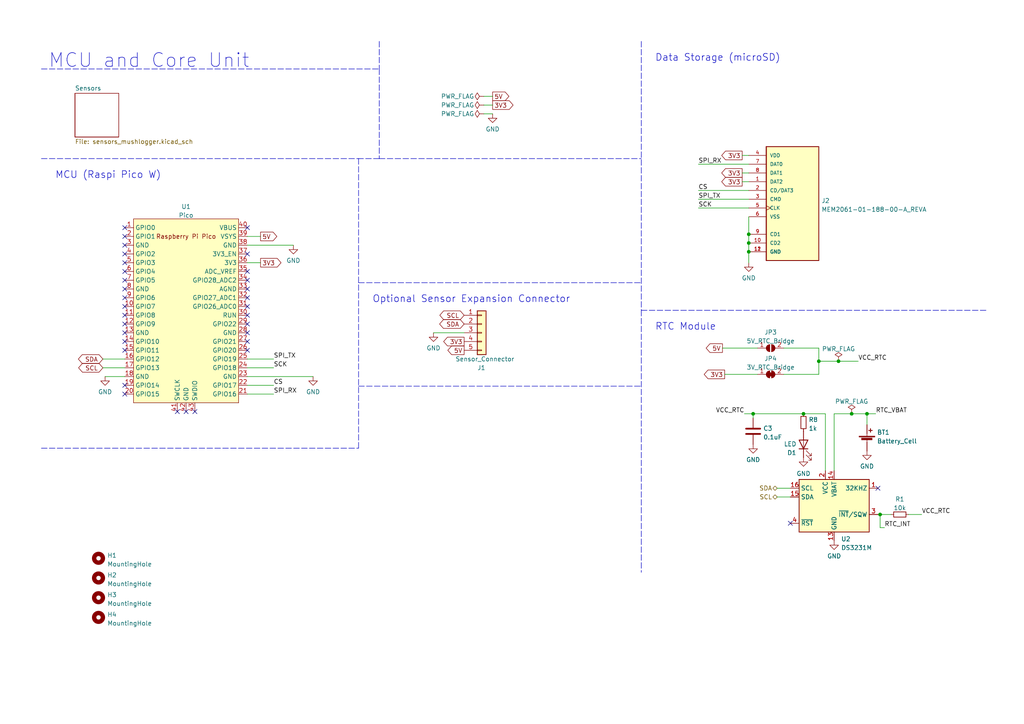
<source format=kicad_sch>
(kicad_sch (version 20211123) (generator eeschema)
  (paper "A4")
  (title_block (title "Mushlogger") (date "2022-11-30") (rev "v4") (company "Zach Goldstein"))
  (lib_symbols
    (symbol "Connector_Generic:Conn_01x05" (pin_names (offset 1.016) hide)
      (property "Reference" "J" (at 0 7.62 0))
      (property "Value" "Conn_01x05" (at 0 -7.62 0))
      (symbol "Conn_01x05_1_1"
        (rectangle (start -1.27 -4.953) (end 0 -5.207) (stroke (width 0.1524)))
        (rectangle (start -1.27 -2.413) (end 0 -2.667) (stroke (width 0.1524)))
        (rectangle (start -1.27 0.127) (end 0 -0.127) (stroke (width 0.1524)))
        (rectangle (start -1.27 2.667) (end 0 2.413) (stroke (width 0.1524)))
        (rectangle (start -1.27 5.207) (end 0 4.953) (stroke (width 0.1524)))
        (rectangle (start -1.27 6.35) (end 1.27 -6.35) (stroke (width 0.254)) (fill (type background)))
        (pin passive line (at -5.08 5.08 0) (length 3.81) (name "Pin_1") (number "1"))
        (pin passive line (at -5.08 2.54 0) (length 3.81) (name "Pin_2") (number "2"))
        (pin passive line (at -5.08 0 0) (length 3.81) (name "Pin_3") (number "3"))
        (pin passive line (at -5.08 -2.54 0) (length 3.81) (name "Pin_4") (number "4"))
        (pin passive line (at -5.08 -5.08 0) (length 3.81) (name "Pin_5") (number "5"))
      )
    )
    (symbol "Device:Battery_Cell" (pin_numbers hide) (pin_names (offset 0) hide)
      (property "Reference" "BT" (at 2.54 2.54 0))
      (property "Value" "Battery_Cell" (at 2.54 0 0))
      (symbol "Battery_Cell_0_1"
        (rectangle (start -2.286 1.778) (end 2.286 1.524) (fill (type outline)))
        (rectangle (start -1.5748 1.1938) (end 1.4732 0.6858) (fill (type outline)))
        (polyline (pts (xy 0 0.762) (xy 0 0)))
        (polyline (pts (xy 0 1.778) (xy 0 2.54)))
        (polyline (pts (xy 0.508 3.429) (xy 1.524 3.429)) (stroke (width 0.254)))
        (polyline (pts (xy 1.016 3.937) (xy 1.016 2.921)) (stroke (width 0.254)))
      )
      (symbol "Battery_Cell_1_1"
        (pin passive line (at 0 5.08 270) (length 2.54) (name "+") (number "1"))
        (pin passive line (at 0 -2.54 90) (length 2.54) (name "-") (number "2"))
      )
    )
    (symbol "Device:C" (pin_numbers hide) (pin_names (offset 0.254))
      (property "Reference" "C" (at 0.635 2.54 0))
      (property "Value" "C" (at 0.635 -2.54 0))
      (symbol "C_0_1"
        (polyline (pts (xy -2.032 -0.762) (xy 2.032 -0.762)) (stroke (width 0.508)))
        (polyline (pts (xy -2.032 0.762) (xy 2.032 0.762)) (stroke (width 0.508)))
      )
      (symbol "C_1_1"
        (pin passive line (at 0 3.81 270) (length 2.794) (name "~") (number "1"))
        (pin passive line (at 0 -3.81 90) (length 2.794) (name "~") (number "2"))
      )
    )
    (symbol "Device:LED" (pin_numbers hide) (pin_names (offset 1.016) hide)
      (property "Reference" "D" (at 0 2.54 0))
      (property "Value" "LED" (at 0 -2.54 0))
      (symbol "LED_0_1"
        (polyline (pts (xy -1.27 -1.27) (xy -1.27 1.27)) (stroke (width 0.254)))
        (polyline (pts (xy -1.27 0) (xy 1.27 0)))
        (polyline (pts (xy 1.27 -1.27) (xy 1.27 1.27) (xy -1.27 0) (xy 1.27 -1.27)) (stroke (width 0.254)))
        (polyline (pts (xy -3.048 -0.762) (xy -4.572 -2.286) (xy -3.81 -2.286) (xy -4.572 -2.286) (xy -4.572 -1.524)))
        (polyline (pts (xy -1.778 -0.762) (xy -3.302 -2.286) (xy -2.54 -2.286) (xy -3.302 -2.286) (xy -3.302 -1.524)))
      )
      (symbol "LED_1_1"
        (pin passive line (at -3.81 0 0) (length 2.54) (name "K") (number "1"))
        (pin passive line (at 3.81 0 180) (length 2.54) (name "A") (number "2"))
      )
    )
    (symbol "Device:R_Small" (pin_numbers hide) (pin_names (offset 0.254) hide)
      (property "Reference" "R" (at 0.762 0.508 0))
      (property "Value" "R_Small" (at 0.762 -1.016 0))
      (symbol "R_Small_0_1"
        (rectangle (start -0.762 1.778) (end 0.762 -1.778) (stroke (width 0.2032)))
      )
      (symbol "R_Small_1_1"
        (pin passive line (at 0 2.54 270) (length 0.762) (name "~") (number "1"))
        (pin passive line (at 0 -2.54 90) (length 0.762) (name "~") (number "2"))
      )
    )
    (symbol "Jumper:SolderJumper_2_Bridged" (pin_names (offset 0) hide)
      (property "Reference" "JP" (at 0 2.032 0))
      (property "Value" "SolderJumper_2_Bridged" (at 0 -2.54 0))
      (symbol "SolderJumper_2_Bridged_0_1"
        (rectangle (start -0.508 0.508) (end 0.508 -0.508) (fill (type outline)))
        (arc (start -0.254 1.016) (mid -1.27 0) (end -0.254 -1.016))
        (arc (start -0.254 1.016) (mid -1.27 0) (end -0.254 -1.016) (fill (type outline)))
        (polyline (pts (xy -0.254 1.016) (xy -0.254 -1.016)))
        (polyline (pts (xy 0.254 1.016) (xy 0.254 -1.016)))
        (arc (start 0.254 -1.016) (mid 1.27 0) (end 0.254 1.016))
        (arc (start 0.254 -1.016) (mid 1.27 0) (end 0.254 1.016) (fill (type outline)))
      )
      (symbol "SolderJumper_2_Bridged_1_1"
        (pin passive line (at -3.81 0 0) (length 2.54) (name "A") (number "1"))
        (pin passive line (at 3.81 0 180) (length 2.54) (name "B") (number "2"))
      )
    )
    (symbol "Jumper:SolderJumper_2_Open" (pin_names (offset 0) hide)
      (property "Reference" "JP" (at 0 2.032 0))
      (property "Value" "SolderJumper_2_Open" (at 0 -2.54 0))
      (symbol "SolderJumper_2_Open_0_1"
        (arc (start -0.254 1.016) (mid -1.27 0) (end -0.254 -1.016))
        (arc (start -0.254 1.016) (mid -1.27 0) (end -0.254 -1.016) (fill (type outline)))
        (polyline (pts (xy -0.254 1.016) (xy -0.254 -1.016)))
        (polyline (pts (xy 0.254 1.016) (xy 0.254 -1.016)))
        (arc (start 0.254 -1.016) (mid 1.27 0) (end 0.254 1.016))
        (arc (start 0.254 -1.016) (mid 1.27 0) (end 0.254 1.016) (fill (type outline)))
      )
      (symbol "SolderJumper_2_Open_1_1"
        (pin passive line (at -3.81 0 0) (length 2.54) (name "A") (number "1"))
        (pin passive line (at 3.81 0 180) (length 2.54) (name "B") (number "2"))
      )
    )
    (symbol "MCU_RaspberryPi_and_Boards:Pico"
      (property "Reference" "U" (at -13.97 27.94 0))
      (property "Value" "Pico" (at 0 19.05 0))
      (symbol "Pico_0_0"
        (text "Raspberry Pi Pico" (at 0 21.59 0) (effects (font (size 1.27 1.27))))
      )
      (symbol "Pico_0_1"
        (rectangle (start -15.24 26.67) (end 15.24 -26.67) (fill (type background)))
      )
      (symbol "Pico_1_1"
        (pin bidirectional line (at -17.78 24.13 0) (length 2.54) (name "GPIO0") (number "1"))
        (pin bidirectional line (at -17.78 1.27 0) (length 2.54) (name "GPIO7") (number "10"))
        (pin bidirectional line (at -17.78 -1.27 0) (length 2.54) (name "GPIO8") (number "11"))
        (pin bidirectional line (at -17.78 -3.81 0) (length 2.54) (name "GPIO9") (number "12"))
        (pin power_in line (at -17.78 -6.35 0) (length 2.54) (name "GND") (number "13"))
        (pin bidirectional line (at -17.78 -8.89 0) (length 2.54) (name "GPIO10") (number "14"))
        (pin bidirectional line (at -17.78 -11.43 0) (length 2.54) (name "GPIO11") (number "15"))
        (pin bidirectional line (at -17.78 -13.97 0) (length 2.54) (name "GPIO12") (number "16"))
        (pin bidirectional line (at -17.78 -16.51 0) (length 2.54) (name "GPIO13") (number "17"))
        (pin power_in line (at -17.78 -19.05 0) (length 2.54) (name "GND") (number "18"))
        (pin bidirectional line (at -17.78 -21.59 0) (length 2.54) (name "GPIO14") (number "19"))
        (pin bidirectional line (at -17.78 21.59 0) (length 2.54) (name "GPIO1") (number "2"))
        (pin bidirectional line (at -17.78 -24.13 0) (length 2.54) (name "GPIO15") (number "20"))
        (pin bidirectional line (at 17.78 -24.13 180) (length 2.54) (name "GPIO16") (number "21"))
        (pin bidirectional line (at 17.78 -21.59 180) (length 2.54) (name "GPIO17") (number "22"))
        (pin power_in line (at 17.78 -19.05 180) (length 2.54) (name "GND") (number "23"))
        (pin bidirectional line (at 17.78 -16.51 180) (length 2.54) (name "GPIO18") (number "24"))
        (pin bidirectional line (at 17.78 -13.97 180) (length 2.54) (name "GPIO19") (number "25"))
        (pin bidirectional line (at 17.78 -11.43 180) (length 2.54) (name "GPIO20") (number "26"))
        (pin bidirectional line (at 17.78 -8.89 180) (length 2.54) (name "GPIO21") (number "27"))
        (pin power_in line (at 17.78 -6.35 180) (length 2.54) (name "GND") (number "28"))
        (pin bidirectional line (at 17.78 -3.81 180) (length 2.54) (name "GPIO22") (number "29"))
        (pin power_in line (at -17.78 19.05 0) (length 2.54) (name "GND") (number "3"))
        (pin input line (at 17.78 -1.27 180) (length 2.54) (name "RUN") (number "30"))
        (pin bidirectional line (at 17.78 1.27 180) (length 2.54) (name "GPIO26_ADC0") (number "31"))
        (pin bidirectional line (at 17.78 3.81 180) (length 2.54) (name "GPIO27_ADC1") (number "32"))
        (pin power_in line (at 17.78 6.35 180) (length 2.54) (name "AGND") (number "33"))
        (pin bidirectional line (at 17.78 8.89 180) (length 2.54) (name "GPIO28_ADC2") (number "34"))
        (pin power_in line (at 17.78 11.43 180) (length 2.54) (name "ADC_VREF") (number "35"))
        (pin power_in line (at 17.78 13.97 180) (length 2.54) (name "3V3") (number "36"))
        (pin input line (at 17.78 16.51 180) (length 2.54) (name "3V3_EN") (number "37"))
        (pin bidirectional line (at 17.78 19.05 180) (length 2.54) (name "GND") (number "38"))
        (pin power_in line (at 17.78 21.59 180) (length 2.54) (name "VSYS") (number "39"))
        (pin bidirectional line (at -17.78 16.51 0) (length 2.54) (name "GPIO2") (number "4"))
        (pin power_in line (at 17.78 24.13 180) (length 2.54) (name "VBUS") (number "40"))
        (pin input line (at -2.54 -29.21 90) (length 2.54) (name "SWCLK") (number "41"))
        (pin power_in line (at 0 -29.21 90) (length 2.54) (name "GND") (number "42"))
        (pin bidirectional line (at 2.54 -29.21 90) (length 2.54) (name "SWDIO") (number "43"))
        (pin bidirectional line (at -17.78 13.97 0) (length 2.54) (name "GPIO3") (number "5"))
        (pin bidirectional line (at -17.78 11.43 0) (length 2.54) (name "GPIO4") (number "6"))
        (pin bidirectional line (at -17.78 8.89 0) (length 2.54) (name "GPIO5") (number "7"))
        (pin power_in line (at -17.78 6.35 0) (length 2.54) (name "GND") (number "8"))
        (pin bidirectional line (at -17.78 3.81 0) (length 2.54) (name "GPIO6") (number "9"))
      )
    )
    (symbol "MEM2061-01-188-00-A_REVA:MEM2061-01-188-00-A_REVA" (pin_names (offset 1.016))
      (property "Reference" "J" (at 0 15.2654 0))
      (property "Value" "MEM2061-01-188-00-A_REVA" (at 0 -20.3454 0))
      (symbol "MEM2061-01-188-00-A_REVA_0_0"
        (rectangle (start 0 -17.78) (end 15.24 15.24) (stroke (width 0.254)) (fill (type background)))
        (polyline (pts (xy 0 -17.78) (xy 0 15.24)) (stroke (width 0.254)))
        (pin bidirectional line (at -5.08 5.08 0) (length 5.08) (name "DAT2") (number "1"))
        (pin passive line (at -5.08 -12.7 0) (length 5.08) (name "CD2") (number "10"))
        (pin power_in line (at -5.08 -15.24 0) (length 5.08) (name "GND") (number "11"))
        (pin power_in line (at -5.08 -15.24 0) (length 5.08) (name "GND") (number "12"))
        (pin bidirectional line (at -5.08 2.54 0) (length 5.08) (name "CD/DAT3") (number "2"))
        (pin bidirectional line (at -5.08 0 0) (length 5.08) (name "CMD") (number "3"))
        (pin power_in line (at -5.08 12.7 0) (length 5.08) (name "VDD") (number "4"))
        (pin bidirectional clock (at -5.08 -2.54 0) (length 5.08) (name "CLK") (number "5"))
        (pin power_in line (at -5.08 -5.08 0) (length 5.08) (name "VSS") (number "6"))
        (pin bidirectional line (at -5.08 10.16 0) (length 5.08) (name "DAT0") (number "7"))
        (pin bidirectional line (at -5.08 7.62 0) (length 5.08) (name "DAT1") (number "8"))
        (pin passive line (at -5.08 -10.16 0) (length 5.08) (name "CD1") (number "9"))
      )
    )
    (symbol "Mechanical:MountingHole" (pin_names (offset 1.016))
      (property "Reference" "H" (at 0 5.08 0))
      (property "Value" "MountingHole" (at 0 3.175 0))
      (symbol "MountingHole_0_1"
        (circle (center 0 0) (radius 1.27) (stroke (width 1.27)))
      )
    )
    (symbol "Timer_RTC:DS3231M"
      (property "Reference" "U" (at -7.62 8.89 0))
      (property "Value" "DS3231M" (at 10.16 8.89 0))
      (symbol "DS3231M_0_1"
        (rectangle (start -10.16 7.62) (end 10.16 -7.62) (stroke (width 0.254)) (fill (type background)))
      )
      (symbol "DS3231M_1_1"
        (pin open_collector line (at 12.7 5.08 180) (length 2.54) (name "32KHZ") (number "1"))
        (pin passive line (at 0 -10.16 90) (length 2.54) hide (name "GND") (number "10"))
        (pin passive line (at 0 -10.16 90) (length 2.54) hide (name "GND") (number "11"))
        (pin passive line (at 0 -10.16 90) (length 2.54) hide (name "GND") (number "12"))
        (pin power_in line (at 0 -10.16 90) (length 2.54) (name "GND") (number "13"))
        (pin power_in line (at 0 10.16 270) (length 2.54) (name "VBAT") (number "14"))
        (pin bidirectional line (at -12.7 2.54 0) (length 2.54) (name "SDA") (number "15"))
        (pin input line (at -12.7 5.08 0) (length 2.54) (name "SCL") (number "16"))
        (pin power_in line (at -2.54 10.16 270) (length 2.54) (name "VCC") (number "2"))
        (pin open_collector line (at 12.7 -2.54 180) (length 2.54) (name "~{INT}/SQW") (number "3"))
        (pin bidirectional line (at -12.7 -5.08 0) (length 2.54) (name "~{RST}") (number "4"))
        (pin passive line (at 0 -10.16 90) (length 2.54) hide (name "GND") (number "5"))
        (pin passive line (at 0 -10.16 90) (length 2.54) hide (name "GND") (number "6"))
        (pin passive line (at 0 -10.16 90) (length 2.54) hide (name "GND") (number "7"))
        (pin passive line (at 0 -10.16 90) (length 2.54) hide (name "GND") (number "8"))
        (pin passive line (at 0 -10.16 90) (length 2.54) hide (name "GND") (number "9"))
      )
    )
    (symbol "power:GND" (power) (pin_names (offset 0))
      (property "Value" "GND" (at 0 -3.81 0))
      (symbol "GND_0_1"
        (polyline (pts (xy 0 0) (xy 0 -1.27) (xy 1.27 -1.27) (xy 0 -2.54) (xy -1.27 -1.27) (xy 0 -1.27)))
      )
      (symbol "GND_1_1"
        (pin power_in line (at 0 0 270) (length 0) hide (name "GND") (number "1"))
      )
    )
    (symbol "power:PWR_FLAG" (power) (pin_numbers hide) (pin_names (offset 0) hide)
      (property "Value" "PWR_FLAG" (at 0 3.81 0))
      (symbol "PWR_FLAG_0_0"
        (pin power_out line (at 0 0 90) (length 0) (name "pwr") (number "1"))
      )
      (symbol "PWR_FLAG_0_1"
        (polyline (pts (xy 0 0) (xy 0 1.27) (xy -1.016 1.905) (xy 0 2.54) (xy 1.016 1.905) (xy 0 1.27)))
      )
    )
  )
  (junction (at 217.17 73.025))
  (junction (at 233.045 120.015))
  (junction (at 247.015 120.015))
  (junction (at 251.46 120.015))
  (junction (at 218.44 120.015))
  (junction (at 217.17 70.485))
  (junction (at 237.49 104.775))
  (junction (at 255.27 149.225))
  (junction (at 243.205 104.775))
  (junction (at 217.17 67.945))
  (no_connect (at 36.195 68.58))
  (no_connect (at 71.755 66.04))
  (no_connect (at 254.635 141.605))
  (no_connect (at 229.235 151.765))
  (no_connect (at 36.195 86.36))
  (no_connect (at 36.195 83.82))
  (no_connect (at 36.195 76.2))
  (no_connect (at 36.195 66.04))
  (no_connect (at 36.195 96.52))
  (no_connect (at 36.195 101.6))
  (no_connect (at 36.195 73.66))
  (no_connect (at 36.195 88.9))
  (no_connect (at 36.195 114.3))
  (no_connect (at 56.515 119.38))
  (no_connect (at 71.755 96.52))
  (no_connect (at 71.755 93.98))
  (no_connect (at 71.755 91.44))
  (no_connect (at 71.755 88.9))
  (no_connect (at 71.755 99.06))
  (no_connect (at 71.755 101.6))
  (no_connect (at 71.755 73.66))
  (no_connect (at 71.755 86.36))
  (no_connect (at 71.755 83.82))
  (no_connect (at 71.755 81.28))
  (no_connect (at 71.755 78.74))
  (no_connect (at 36.195 78.74))
  (no_connect (at 36.195 81.28))
  (no_connect (at 51.435 119.38))
  (no_connect (at 53.975 119.38))
  (no_connect (at 36.195 99.06))
  (no_connect (at 36.195 93.98))
  (no_connect (at 36.195 91.44))
  (no_connect (at 36.195 111.76))
  (no_connect (at 36.195 71.12))
  (wire (pts (xy 202.565 55.245) (xy 217.17 55.245)))
  (wire (pts (xy 215.265 50.165) (xy 217.17 50.165)))
  (wire (pts (xy 225.425 144.145) (xy 229.235 144.145)))
  (wire (pts (xy 239.395 120.015) (xy 239.395 136.525)))
  (wire (pts (xy 71.755 106.68) (xy 79.375 106.68)))
  (wire (pts (xy 243.205 104.775) (xy 248.92 104.775)))
  (wire (pts (xy 209.55 100.965) (xy 219.71 100.965)))
  (wire (pts (xy 210.185 108.585) (xy 219.71 108.585)))
  (wire (pts (xy 237.49 104.775) (xy 243.205 104.775)))
  (wire (pts (xy 218.44 120.015) (xy 233.045 120.015)))
  (polyline (pts (xy 12 20) (xy 110 20)))
  (wire (pts (xy 71.755 111.76) (xy 79.375 111.76)))
  (wire (pts (xy 227.33 100.965) (xy 237.49 100.965)))
  (wire (pts (xy 241.935 120.015) (xy 247.015 120.015)))
  (wire (pts (xy 71.755 76.2) (xy 75.565 76.2)))
  (wire (pts (xy 215.9 120.015) (xy 218.44 120.015)))
  (wire (pts (xy 29.845 104.14) (xy 36.195 104.14)))
  (polyline (pts (xy 186 90) (xy 286 90)))
  (polyline (pts (xy 110 46) (xy 186 46)))
  (wire (pts (xy 202.565 57.785) (xy 217.17 57.785)))
  (wire (pts (xy 215.265 45.085) (xy 217.17 45.085)))
  (wire (pts (xy 202.565 60.325) (xy 217.17 60.325)))
  (wire (pts (xy 237.49 100.965) (xy 237.49 104.775)))
  (wire (pts (xy 227.33 108.585) (xy 237.49 108.585)))
  (wire (pts (xy 233.045 120.015) (xy 239.395 120.015)))
  (wire (pts (xy 218.44 120.015) (xy 218.44 121.285)))
  (wire (pts (xy 217.17 67.945) (xy 217.17 70.485)))
  (wire (pts (xy 251.46 120.015) (xy 251.46 123.19)))
  (wire (pts (xy 217.17 62.865) (xy 217.17 67.945)))
  (polyline (pts (xy 104 112) (xy 186 112)))
  (wire (pts (xy 217.17 70.485) (xy 217.17 73.025)))
  (wire (pts (xy 251.46 120.015) (xy 254 120.015)))
  (wire (pts (xy 225.425 141.605) (xy 229.235 141.605)))
  (wire (pts (xy 29.845 106.68) (xy 36.195 106.68)))
  (wire (pts (xy 215.265 52.705) (xy 217.17 52.705)))
  (polyline (pts (xy 12 130) (xy 104 130)))
  (wire (pts (xy 241.935 120.015) (xy 241.935 136.525)))
  (wire (pts (xy 30.48 109.22) (xy 36.195 109.22)))
  (wire (pts (xy 237.49 104.775) (xy 237.49 108.585)))
  (wire (pts (xy 140.335 30.48) (xy 142.875 30.48)))
  (wire (pts (xy 255.27 149.225) (xy 258.445 149.225)))
  (wire (pts (xy 256.54 153.035) (xy 255.27 153.035)))
  (polyline (pts (xy 110 12) (xy 110 20)))
  (polyline (pts (xy 110 46) (xy 104 46)))
  (wire (pts (xy 71.755 68.58) (xy 75.565 68.58)))
  (wire (pts (xy 263.525 149.225) (xy 267.335 149.225)))
  (wire (pts (xy 255.27 149.225) (xy 255.27 153.035)))
  (wire (pts (xy 217.17 73.025) (xy 217.17 76.2)))
  (wire (pts (xy 202.565 47.625) (xy 217.17 47.625)))
  (polyline (pts (xy 104 82) (xy 186 82)))
  (wire (pts (xy 71.755 104.14) (xy 79.375 104.14)))
  (wire (pts (xy 247.015 120.015) (xy 251.46 120.015)))
  (polyline (pts (xy 110 20) (xy 110 46)))
  (polyline (pts (xy 12 46) (xy 104 46)))
  (wire (pts (xy 71.755 109.22) (xy 90.805 109.22)))
  (polyline (pts (xy 104 46) (xy 104 130)))
  (wire (pts (xy 140.335 27.94) (xy 142.875 27.94)))
  (wire (pts (xy 71.755 71.12) (xy 85.09 71.12)))
  (wire (pts (xy 254.635 149.225) (xy 255.27 149.225)))
  (polyline (pts (xy 186 12) (xy 186 90)))
  (wire (pts (xy 71.755 114.3) (xy 79.375 114.3)))
  (polyline (pts (xy 186 90) (xy 186 166)))
  (wire (pts (xy 125.73 96.52) (xy 134.62 96.52)))
  (wire (pts (xy 140.335 33.02) (xy 142.875 33.02)))
  (text "MCU and Core Unit" (at 14 20 0) (effects (font (size 4 4)) (justify left bottom)))
  (text "RTC Module" (at 190 96 0) (effects (font (size 2 2)) (justify left bottom)))
  (text "Data Storage (microSD)" (at 190 18 0) (effects (font (size 2 2)) (justify left bottom)))
  (text "Optional Sensor Expansion Connector" (at 108 88 0) (effects (font (size 2 2)) (justify left bottom)))
  (text "MCU (Raspi Pico W)" (at 16 52 0) (effects (font (size 2 2)) (justify left bottom)))
  (label "CS" (at 79.375 111.76 0))
  (label "SCK" (at 79.375 106.68 0))
  (label "RTC_VBAT" (at 254 120.015 0))
  (label "RTC_INT" (at 256.54 153.035 0))
  (label "SPI_TX" (at 202.565 57.785 0))
  (label "SPI_RX" (at 79.375 114.3 0))
  (label "SPI_RX" (at 202.565 47.625 0))
  (label "VCC_RTC" (at 215.9 120.015 180))
  (label "CS" (at 202.565 55.245 0))
  (label "SPI_TX" (at 79.375 104.14 0))
  (label "SCK" (at 202.565 60.325 0))
  (label "VCC_RTC" (at 267.335 149.225 0))
  (label "VCC_RTC" (at 248.92 104.775 0))
  (global_label "SDA" (shape bidirectional) (at 29.845 104.14 180) (property "Intersheet References" "${INTERSHEET_REFS}" (effects hide)))
  (global_label "3V3" (shape output) (at 215.265 52.705 180) (property "Intersheet References" "${INTERSHEET_REFS}" (effects hide)))
  (global_label "3V3" (shape output) (at 75.565 76.2 0) (property "Intersheet References" "${INTERSHEET_REFS}" (effects hide)))
  (global_label "SCL" (shape bidirectional) (at 29.845 106.68 180) (property "Intersheet References" "${INTERSHEET_REFS}" (effects hide)))
  (global_label "3V3" (shape output) (at 142.875 30.48 0) (property "Intersheet References" "${INTERSHEET_REFS}" (effects hide)))
  (global_label "3V3" (shape output) (at 215.265 45.085 180) (property "Intersheet References" "${INTERSHEET_REFS}" (effects hide)))
  (global_label "3V3" (shape output) (at 134.62 99.06 180) (property "Intersheet References" "${INTERSHEET_REFS}" (effects hide)))
  (global_label "5V" (shape output) (at 75.565 68.58 0) (property "Intersheet References" "${INTERSHEET_REFS}" (effects hide)))
  (global_label "SDA" (shape bidirectional) (at 134.62 93.98 180) (property "Intersheet References" "${INTERSHEET_REFS}" (effects hide)))
  (global_label "3V3" (shape output) (at 215.265 50.165 180) (property "Intersheet References" "${INTERSHEET_REFS}" (effects hide)))
  (global_label "5V" (shape output) (at 142.875 27.94 0) (property "Intersheet References" "${INTERSHEET_REFS}" (effects hide)))
  (global_label "5V" (shape output) (at 134.62 101.6 180) (property "Intersheet References" "${INTERSHEET_REFS}" (effects hide)))
  (global_label "3V3" (shape output) (at 210.185 108.585 180) (property "Intersheet References" "${INTERSHEET_REFS}" (effects hide)))
  (global_label "SCL" (shape bidirectional) (at 134.62 91.44 180) (property "Intersheet References" "${INTERSHEET_REFS}" (effects hide)))
  (global_label "5V" (shape output) (at 209.55 100.965 180) (property "Intersheet References" "${INTERSHEET_REFS}" (effects hide)))
  (hierarchical_label "SCL" (shape bidirectional) (at 225.425 144.145 180))
  (hierarchical_label "SDA" (shape bidirectional) (at 225.425 141.605 180))
  (symbol (lib_id "Mechanical:MountingHole") (at 28.575 173.355 0) (unit 1)
    (property "Reference" "H3" (at 31.115 172.5203 0) (effects (justify left)))
    (property "Value" "MountingHole" (at 31.115 175.0572 0) (effects (justify left)))
    (property "Footprint" "MountingHole:MountingHole_2.5mm" (effects hide))
  )
  (symbol (lib_id "Mechanical:MountingHole") (at 28.575 167.64 0) (unit 1)
    (property "Reference" "H2" (at 31.115 166.8053 0) (effects (justify left)))
    (property "Value" "MountingHole" (at 31.115 169.3422 0) (effects (justify left)))
    (property "Footprint" "MountingHole:MountingHole_2.5mm" (effects hide))
  )
  (symbol (lib_id "Connector_Generic:Conn_01x05") (at 139.7 96.52 0) (unit 1)
    (property "Reference" "J1" (at 138.43 106.68 0) (effects (justify left)))
    (property "Value" "Sensor_Connector" (at 132.08 104.14 0) (effects (justify left)))
    (property "Footprint" "LIB_B5B-PH-SM4-TB_LF__SN_:B5B-PH-SM4-TB" (effects hide))
  )
  (symbol (lib_id "Jumper:SolderJumper_2_Open") (at 223.52 100.965 0) (unit 1)
    (property "Reference" "JP3" (at 223.52 96.3762 0))
    (property "Value" "5V_RTC_Bridge" (at 223.52 98.9131 0))
    (property "Footprint" "Jumper:SolderJumper-2_P1.3mm_Open_Pad1.0x1.5mm" (effects hide))
  )
  (symbol (lib_id "Device:LED") (at 233.045 128.905 90) (unit 1)
    (property "Reference" "D1" (at 231.013 131.3272 90) (effects (justify left)))
    (property "Value" "LED" (at 231.013 128.7903 90) (effects (justify left)))
    (property "Footprint" "LED_SMD:LED_0805_2012Metric" (effects hide))
  )
  (symbol (lib_id "Mechanical:MountingHole") (at 28.575 179.07 0) (unit 1)
    (property "Reference" "H4" (at 31.115 178.2353 0) (effects (justify left)))
    (property "Value" "MountingHole" (at 31.115 180.7722 0) (effects (justify left)))
    (property "Footprint" "MountingHole:MountingHole_2.5mm" (effects hide))
  )
  (symbol (lib_id "MCU_RaspberryPi_and_Boards:Pico") (at 53.975 90.17 0) (unit 1)
    (property "Reference" "U1" (at 53.975 59.9272 0))
    (property "Value" "Pico" (at 53.975 62.4641 0))
    (property "Footprint" "MCU_RaspberryPi_and_Boards:RPi_Pico_SMD_TH" (effects hide))
  )
  (symbol (lib_id "power:PWR_FLAG") (at 243.205 104.775 0) (unit 1)
    (property "Reference" "#FLG0104" (effects hide))
    (property "Value" "PWR_FLAG" (at 243.205 101.1992 0))
  )
  (symbol (lib_id "power:GND") (at 233.045 132.715 0) (unit 1)
    (property "Reference" "#PWR0123" (effects hide))
    (property "Value" "GND" (at 233.045 137.3634 0))
  )
  (symbol (lib_id "Device:Battery_Cell") (at 251.46 128.27 0) (unit 1)
    (property "Reference" "BT1" (at 254.381 125.4033 0) (effects (justify left)))
    (property "Value" "Battery_Cell" (at 254.381 127.9402 0) (effects (justify left)))
    (property "Footprint" "CR2032_Battery_Holder:BH-74G-5-P" (effects hide))
  )
  (symbol (lib_id "Jumper:SolderJumper_2_Bridged") (at 223.52 108.585 0) (unit 1)
    (property "Reference" "JP4" (at 223.52 103.9962 0))
    (property "Value" "3V_RTC_Bridge" (at 223.52 106.5331 0))
    (property "Footprint" "Jumper:SolderJumper-2_P1.3mm_Bridged_Pad1.0x1.5mm" (effects hide))
  )
  (symbol (lib_id "power:GND") (at 125.73 96.52 0) (unit 1)
    (property "Reference" "#PWR0115" (effects hide))
    (property "Value" "GND" (at 125.73 100.9634 0))
  )
  (symbol (lib_id "Timer_RTC:DS3231M") (at 241.935 146.685 0) (unit 1)
    (property "Reference" "U2" (at 243.9544 156.3354 0) (effects (justify left)))
    (property "Value" "DS3231M" (at 243.9544 158.8723 0) (effects (justify left)))
    (property "Footprint" "Package_SO:SOIC-16W_7.5x10.3mm_P1.27mm" (effects hide))
    (property "Datasheet" "http://datasheets.maximintegrated.com/en/ds/DS3231.pdf" (effects hide))
  )
  (symbol (lib_id "power:GND") (at 85.09 71.12 0) (unit 1)
    (property "Reference" "#PWR0112" (effects hide))
    (property "Value" "GND" (at 85.09 75.5634 0))
  )
  (symbol (lib_id "power:GND") (at 142.875 33.02 0) (unit 1)
    (property "Reference" "#PWR0118" (effects hide))
    (property "Value" "GND" (at 142.875 37.4634 0))
  )
  (symbol (lib_id "power:GND") (at 217.17 76.2 0) (unit 1)
    (property "Reference" "#PWR0117" (effects hide))
    (property "Value" "GND" (at 217.17 80.6434 0))
  )
  (symbol (lib_id "power:GND") (at 30.48 109.22 0) (unit 1)
    (property "Reference" "#PWR0114" (effects hide))
    (property "Value" "GND" (at 30.48 113.6634 0))
  )
  (symbol (lib_id "power:PWR_FLAG") (at 247.015 120.015 0) (unit 1)
    (property "Reference" "#FLG0105" (effects hide))
    (property "Value" "PWR_FLAG" (at 247.015 116.4392 0))
  )
  (symbol (lib_id "Device:R_Small") (at 260.985 149.225 90) (unit 1)
    (property "Reference" "R1" (at 260.985 144.7886 90))
    (property "Value" "10k" (at 260.985 147.3255 90))
    (property "Footprint" "Resistor_SMD:R_0805_2012Metric" (effects hide))
  )
  (symbol (lib_id "Device:R_Small") (at 233.045 122.555 180) (unit 1)
    (property "Reference" "R8" (at 234.5436 121.7203 0) (effects (justify right)))
    (property "Value" "1k" (at 234.5436 124.2572 0) (effects (justify right)))
    (property "Footprint" "Resistor_SMD:R_0805_2012Metric" (effects hide))
  )
  (symbol (lib_id "MEM2061-01-188-00-A_REVA:MEM2061-01-188-00-A_REVA") (at 222.25 57.785 0) (unit 1)
    (property "Reference" "J2" (at 238.252 58.2203 0) (effects (justify left)))
    (property "Value" "MEM2061-01-188-00-A_REVA" (at 238.252 60.7572 0) (effects (justify left)))
    (property "Footprint" "MEM2061-01-188-00-A_REVA:GCT_MEM2061-01-188-00-A_REVA" (effects hide))
    (property "MANUFACTURER" "GCT" (effects hide))
  )
  (symbol (lib_id "power:PWR_FLAG") (at 140.335 33.02 90) (unit 1)
    (property "Reference" "#FLG0102" (effects hide))
    (property "Value" "PWR_FLAG" (at 132.715 33.02 90))
  )
  (symbol (lib_id "Mechanical:MountingHole") (at 28.575 161.925 0) (unit 1)
    (property "Reference" "H1" (at 31.115 161.0903 0) (effects (justify left)))
    (property "Value" "MountingHole" (at 31.115 163.6272 0) (effects (justify left)))
    (property "Footprint" "MountingHole:MountingHole_2.5mm" (effects hide))
  )
  (symbol (lib_id "Device:C") (at 218.44 125.095 0) (unit 1)
    (property "Reference" "C3" (at 221.361 124.2603 0) (effects (justify left)))
    (property "Value" "0.1uF" (at 221.361 126.7972 0) (effects (justify left)))
    (property "Footprint" "Capacitor_SMD:C_0805_2012Metric" (effects hide))
  )
  (symbol (lib_id "power:PWR_FLAG") (at 140.335 27.94 90) (unit 1)
    (property "Reference" "#FLG0103" (effects hide))
    (property "Value" "PWR_FLAG" (at 132.715 27.94 90))
  )
  (symbol (lib_id "power:GND") (at 251.46 130.81 0) (unit 1)
    (property "Reference" "#PWR0121" (effects hide))
    (property "Value" "GND" (at 251.46 135.2534 0))
  )
  (symbol (lib_id "power:GND") (at 90.805 109.22 0) (unit 1)
    (property "Reference" "#PWR0113" (effects hide))
    (property "Value" "GND" (at 90.805 113.6634 0))
  )
  (symbol (lib_id "power:GND") (at 241.935 156.845 0) (unit 1)
    (property "Reference" "#PWR0101" (effects hide))
    (property "Value" "GND" (at 241.935 161.2884 0))
  )
  (symbol (lib_id "power:PWR_FLAG") (at 140.335 30.48 90) (unit 1)
    (property "Reference" "#FLG0101" (effects hide))
    (property "Value" "PWR_FLAG" (at 132.715 30.48 90))
  )
  (symbol (lib_id "power:GND") (at 218.44 128.905 0) (unit 1)
    (property "Reference" "#PWR0122" (effects hide))
    (property "Value" "GND" (at 218.44 133.3484 0))
  )
  (sheet (at 21.745 27.05) (size 12.7 12.7) (stroke (width 0.1524))
    (property "Sheet name" "Sensors" (at 21.745 26.3384 0) (effects (justify left bottom)))
    (property "Sheet file" "sensors_mushlogger.kicad_sch" (at 21.745 40.3346 0) (effects (justify left top)))
  )
)
</source>
